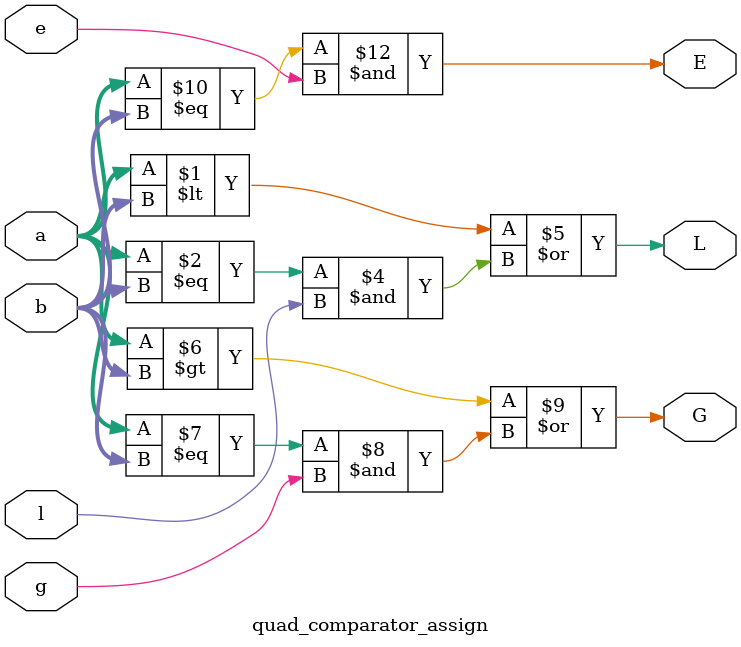
<source format=sv>
`timescale 1ns/1ns

module quad_comparator_assign(input [3:0]a,b,input e,l,g, output E,L,G);
    assign #(184,248) L = (a < b) | ((a == b) & (l == 1'b1));
    assign #(212,220) G = (a > b) | ((a == b) & g);
    assign #(116,124) E = (a == b) & (e == 1'b1); 
endmodule

</source>
